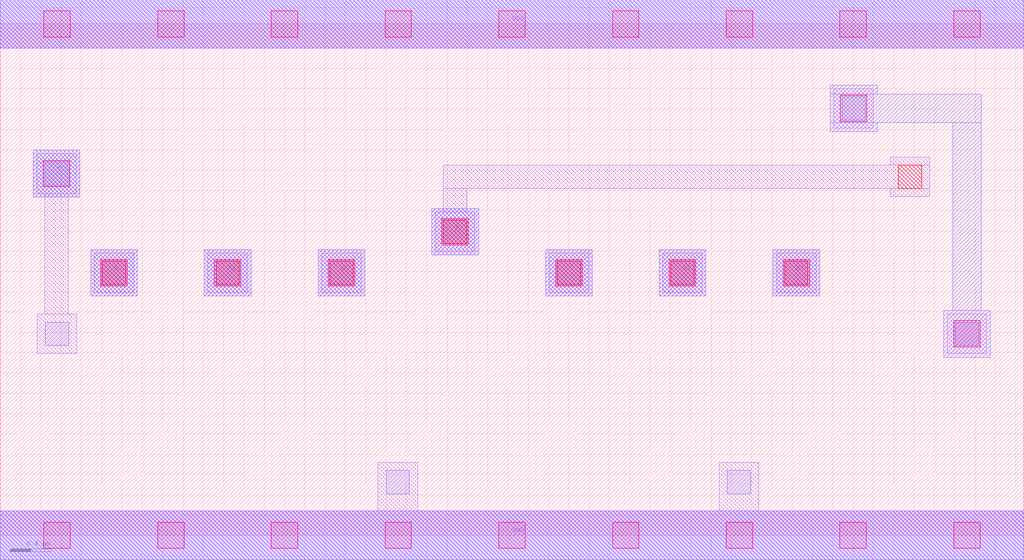
<source format=lef>
MACRO AAAOI322
 CLASS CORE ;
 FOREIGN AAAOI322 0 0 ;
 SIZE 10.08 BY 5.04 ;
 ORIGIN 0 0 ;
 SYMMETRY X Y R90 ;
 SITE unit ;
  PIN VDD
   DIRECTION INOUT ;
   USE POWER ;
   SHAPE ABUTMENT ;
    PORT
     CLASS CORE ;
       LAYER met1 ;
        RECT 0.00000000 4.80000000 10.08000000 5.28000000 ;
       LAYER met2 ;
        RECT 0.00000000 4.80000000 10.08000000 5.28000000 ;
    END
  END VDD

  PIN GND
   DIRECTION INOUT ;
   USE POWER ;
   SHAPE ABUTMENT ;
    PORT
     CLASS CORE ;
       LAYER met1 ;
        RECT 0.00000000 -0.24000000 10.08000000 0.24000000 ;
       LAYER met2 ;
        RECT 0.00000000 -0.24000000 10.08000000 0.24000000 ;
    END
  END GND

  PIN Y
   DIRECTION INOUT ;
   USE SIGNAL ;
   SHAPE ABUTMENT ;
    PORT
     CLASS CORE ;
       LAYER met2 ;
        RECT 0.32500000 3.33500000 0.78500000 3.79500000 ;
    END
  END Y

  PIN A
   DIRECTION INOUT ;
   USE SIGNAL ;
   SHAPE ABUTMENT ;
    PORT
     CLASS CORE ;
       LAYER met2 ;
        RECT 0.89000000 2.35700000 1.35000000 2.81700000 ;
    END
  END A

  PIN C1
   DIRECTION INOUT ;
   USE SIGNAL ;
   SHAPE ABUTMENT ;
    PORT
     CLASS CORE ;
       LAYER met2 ;
        RECT 6.49000000 2.35700000 6.95000000 2.81700000 ;
    END
  END C1

  PIN B1
   DIRECTION INOUT ;
   USE SIGNAL ;
   SHAPE ABUTMENT ;
    PORT
     CLASS CORE ;
       LAYER met2 ;
        RECT 7.61000000 2.35700000 8.07000000 2.81700000 ;
    END
  END B1

  PIN A1
   DIRECTION INOUT ;
   USE SIGNAL ;
   SHAPE ABUTMENT ;
    PORT
     CLASS CORE ;
       LAYER met2 ;
        RECT 2.01000000 2.35700000 2.47000000 2.81700000 ;
    END
  END A1

  PIN B
   DIRECTION INOUT ;
   USE SIGNAL ;
   SHAPE ABUTMENT ;
    PORT
     CLASS CORE ;
       LAYER met2 ;
        RECT 4.25000000 2.76200000 4.71000000 3.22200000 ;
    END
  END B

  PIN C
   DIRECTION INOUT ;
   USE SIGNAL ;
   SHAPE ABUTMENT ;
    PORT
     CLASS CORE ;
       LAYER met2 ;
        RECT 5.37000000 2.35700000 5.83000000 2.81700000 ;
    END
  END C

  PIN A2
   DIRECTION INOUT ;
   USE SIGNAL ;
   SHAPE ABUTMENT ;
    PORT
     CLASS CORE ;
       LAYER met2 ;
        RECT 3.13000000 2.35700000 3.59000000 2.81700000 ;
    END
  END A2

 OBS
    LAYER polycont ;
     RECT 1.00500000 2.47200000 1.23500000 2.70200000 ;
     RECT 2.12500000 2.47200000 2.35500000 2.70200000 ;
     RECT 3.24500000 2.47200000 3.47500000 2.70200000 ;
     RECT 5.48500000 2.47200000 5.71500000 2.70200000 ;
     RECT 6.60500000 2.47200000 6.83500000 2.70200000 ;
     RECT 7.72500000 2.47200000 7.95500000 2.70200000 ;
     RECT 4.36500000 2.87700000 4.59500000 3.10700000 ;
     RECT 8.84500000 3.41700000 9.07500000 3.64700000 ;

    LAYER pdiffc ;
     RECT 0.44000000 3.45000000 0.67000000 3.68000000 ;
     RECT 8.29000000 4.09200000 8.52000000 4.32200000 ;

    LAYER ndiffc ;
     RECT 3.80000000 0.41000000 4.03000000 0.64000000 ;
     RECT 7.16000000 0.41000000 7.39000000 0.64000000 ;
     RECT 0.44500000 1.87000000 0.67500000 2.10000000 ;
     RECT 9.40500000 1.87000000 9.63500000 2.10000000 ;

    LAYER met1 ;
     RECT 0.00000000 -0.24000000 10.08000000 0.24000000 ;
     RECT 3.72000000 0.24000000 4.11000000 0.72000000 ;
     RECT 7.08000000 0.24000000 7.47000000 0.72000000 ;
     RECT 9.32500000 1.79000000 9.71500000 2.18000000 ;
     RECT 0.92500000 2.39200000 1.31500000 2.78200000 ;
     RECT 2.04500000 2.39200000 2.43500000 2.78200000 ;
     RECT 3.16500000 2.39200000 3.55500000 2.78200000 ;
     RECT 5.40500000 2.39200000 5.79500000 2.78200000 ;
     RECT 6.52500000 2.39200000 6.91500000 2.78200000 ;
     RECT 7.64500000 2.39200000 8.03500000 2.78200000 ;
     RECT 4.28500000 2.79700000 4.67500000 3.18700000 ;
     RECT 4.36500000 3.18700000 4.59500000 3.41700000 ;
     RECT 8.76500000 3.33700000 9.15500000 3.41700000 ;
     RECT 4.36500000 3.41700000 9.15500000 3.64700000 ;
     RECT 8.76500000 3.64700000 9.15500000 3.72700000 ;
     RECT 0.36500000 1.79000000 0.75500000 2.18000000 ;
     RECT 0.44000000 2.18000000 0.67000000 3.37000000 ;
     RECT 0.36000000 3.37000000 0.75000000 3.76000000 ;
     RECT 8.21000000 4.01200000 8.60000000 4.40200000 ;
     RECT 0.00000000 4.80000000 10.08000000 5.28000000 ;

    LAYER via1 ;
     RECT 0.43000000 -0.13000000 0.69000000 0.13000000 ;
     RECT 1.55000000 -0.13000000 1.81000000 0.13000000 ;
     RECT 2.67000000 -0.13000000 2.93000000 0.13000000 ;
     RECT 3.79000000 -0.13000000 4.05000000 0.13000000 ;
     RECT 4.91000000 -0.13000000 5.17000000 0.13000000 ;
     RECT 6.03000000 -0.13000000 6.29000000 0.13000000 ;
     RECT 7.15000000 -0.13000000 7.41000000 0.13000000 ;
     RECT 8.27000000 -0.13000000 8.53000000 0.13000000 ;
     RECT 9.39000000 -0.13000000 9.65000000 0.13000000 ;
     RECT 9.39000000 1.85500000 9.65000000 2.11500000 ;
     RECT 0.99000000 2.45700000 1.25000000 2.71700000 ;
     RECT 2.11000000 2.45700000 2.37000000 2.71700000 ;
     RECT 3.23000000 2.45700000 3.49000000 2.71700000 ;
     RECT 5.47000000 2.45700000 5.73000000 2.71700000 ;
     RECT 6.59000000 2.45700000 6.85000000 2.71700000 ;
     RECT 7.71000000 2.45700000 7.97000000 2.71700000 ;
     RECT 4.35000000 2.86200000 4.61000000 3.12200000 ;
     RECT 0.42500000 3.43500000 0.68500000 3.69500000 ;
     RECT 8.27500000 4.07700000 8.53500000 4.33700000 ;
     RECT 0.43000000 4.91000000 0.69000000 5.17000000 ;
     RECT 1.55000000 4.91000000 1.81000000 5.17000000 ;
     RECT 2.67000000 4.91000000 2.93000000 5.17000000 ;
     RECT 3.79000000 4.91000000 4.05000000 5.17000000 ;
     RECT 4.91000000 4.91000000 5.17000000 5.17000000 ;
     RECT 6.03000000 4.91000000 6.29000000 5.17000000 ;
     RECT 7.15000000 4.91000000 7.41000000 5.17000000 ;
     RECT 8.27000000 4.91000000 8.53000000 5.17000000 ;
     RECT 9.39000000 4.91000000 9.65000000 5.17000000 ;

    LAYER met2 ;
     RECT 0.00000000 -0.24000000 10.08000000 0.24000000 ;
     RECT 0.89000000 2.35700000 1.35000000 2.81700000 ;
     RECT 2.01000000 2.35700000 2.47000000 2.81700000 ;
     RECT 3.13000000 2.35700000 3.59000000 2.81700000 ;
     RECT 5.37000000 2.35700000 5.83000000 2.81700000 ;
     RECT 6.49000000 2.35700000 6.95000000 2.81700000 ;
     RECT 7.61000000 2.35700000 8.07000000 2.81700000 ;
     RECT 4.25000000 2.76200000 4.71000000 3.22200000 ;
     RECT 0.32500000 3.33500000 0.78500000 3.79500000 ;
     RECT 9.29000000 1.75500000 9.75000000 2.21500000 ;
     RECT 8.17500000 3.97700000 8.63500000 4.06700000 ;
     RECT 9.38000000 2.21500000 9.66000000 4.06700000 ;
     RECT 8.17500000 4.06700000 9.66000000 4.34700000 ;
     RECT 8.17500000 4.34700000 8.63500000 4.43700000 ;
     RECT 0.00000000 4.80000000 10.08000000 5.28000000 ;

 END
END AAAOI322

</source>
